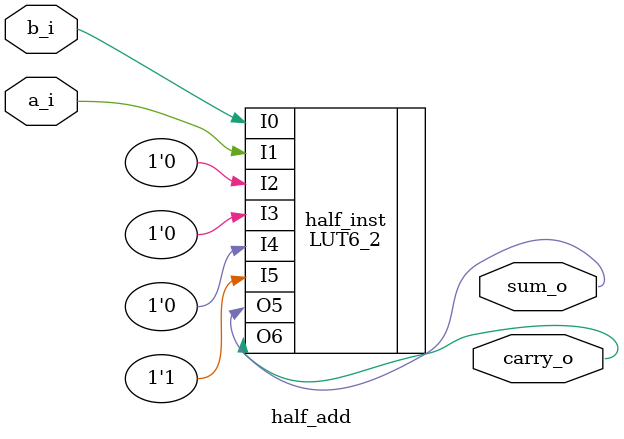
<source format=sv>
module half_add
  (input [0:0] a_i
  ,input [0:0] b_i
  ,output [0:0] carry_o
  ,output [0:0] sum_o);

   // Implement a Half-Adder Module (half_add). You must use the LUT6_2 module.
   // 
   // Your code here:
   LUT6_2 #(.INIT(64'h0000_0008_0000_0006)) half_inst(
   	.O5(sum_o),
   	.O6(carry_o),
   	.I0(b_i),
   	.I1(a_i),
   	.I2(1'b0),
   	.I3(1'b0),
   	.I4(1'b0),
   	.I5(1'b1));

endmodule

</source>
